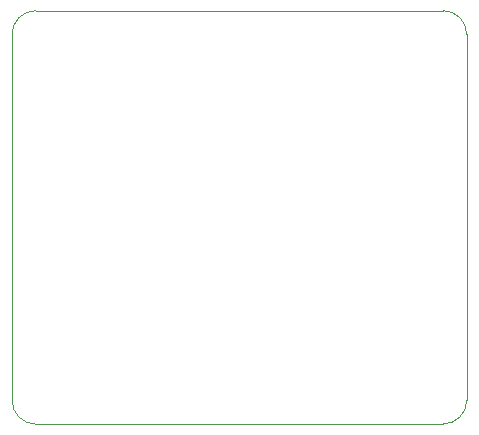
<source format=gbr>
%TF.GenerationSoftware,KiCad,Pcbnew,7.0.8*%
%TF.CreationDate,2025-01-24T11:04:58-08:00*%
%TF.ProjectId,Mini_Comp_Switch_2port,4d696e69-5f43-46f6-9d70-5f5377697463,rev?*%
%TF.SameCoordinates,Original*%
%TF.FileFunction,Profile,NP*%
%FSLAX46Y46*%
G04 Gerber Fmt 4.6, Leading zero omitted, Abs format (unit mm)*
G04 Created by KiCad (PCBNEW 7.0.8) date 2025-01-24 11:04:58*
%MOMM*%
%LPD*%
G01*
G04 APERTURE LIST*
%TA.AperFunction,Profile*%
%ADD10C,0.100000*%
%TD*%
G04 APERTURE END LIST*
D10*
X186000000Y-42500000D02*
G75*
G03*
X184000000Y-40500000I-2000000J0D01*
G01*
X147500000Y-73500000D02*
G75*
G03*
X149500000Y-75500000I2000000J0D01*
G01*
X186000000Y-42500000D02*
X186000000Y-73500000D01*
X149500000Y-40500000D02*
X184000000Y-40500000D01*
X184000000Y-75500000D02*
G75*
G03*
X186000000Y-73500000I0J2000000D01*
G01*
X184000000Y-75500000D02*
X149500000Y-75500000D01*
X147500000Y-73500000D02*
X147500000Y-42500000D01*
X149500000Y-40500000D02*
G75*
G03*
X147500000Y-42500000I0J-2000000D01*
G01*
M02*

</source>
